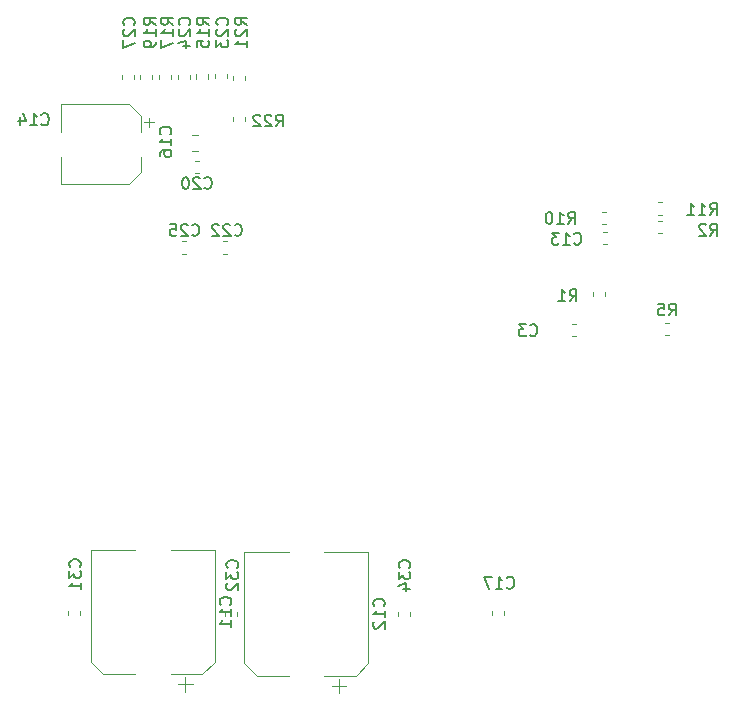
<source format=gbr>
G04 #@! TF.GenerationSoftware,KiCad,Pcbnew,(5.1.2)-2*
G04 #@! TF.CreationDate,2019-09-08T17:56:47+02:00*
G04 #@! TF.ProjectId,BLDC_driver_v1,424c4443-5f64-4726-9976-65725f76312e,rev?*
G04 #@! TF.SameCoordinates,Original*
G04 #@! TF.FileFunction,Legend,Bot*
G04 #@! TF.FilePolarity,Positive*
%FSLAX46Y46*%
G04 Gerber Fmt 4.6, Leading zero omitted, Abs format (unit mm)*
G04 Created by KiCad (PCBNEW (5.1.2)-2) date 2019-09-08 17:56:47*
%MOMM*%
%LPD*%
G04 APERTURE LIST*
%ADD10C,0.120000*%
%ADD11C,0.150000*%
G04 APERTURE END LIST*
D10*
X68143750Y-60208750D02*
X68143750Y-60996250D01*
X68537500Y-60602500D02*
X67750000Y-60602500D01*
X67510000Y-64795563D02*
X66445563Y-65860000D01*
X67510000Y-60104437D02*
X66445563Y-59040000D01*
X67510000Y-60104437D02*
X67510000Y-61390000D01*
X67510000Y-64795563D02*
X67510000Y-63510000D01*
X66445563Y-65860000D02*
X60690000Y-65860000D01*
X66445563Y-59040000D02*
X60690000Y-59040000D01*
X60690000Y-59040000D02*
X60690000Y-61390000D01*
X60690000Y-65860000D02*
X60690000Y-63510000D01*
X84855000Y-108325000D02*
X83605000Y-108325000D01*
X84230000Y-108950000D02*
X84230000Y-107700000D01*
X77274437Y-107460000D02*
X76210000Y-106395563D01*
X85665563Y-107460000D02*
X86730000Y-106395563D01*
X85665563Y-107460000D02*
X82980000Y-107460000D01*
X77274437Y-107460000D02*
X79960000Y-107460000D01*
X76210000Y-106395563D02*
X76210000Y-96940000D01*
X86730000Y-106395563D02*
X86730000Y-96940000D01*
X86730000Y-96940000D02*
X82980000Y-96940000D01*
X76210000Y-96940000D02*
X79960000Y-96940000D01*
X71860000Y-108200000D02*
X70610000Y-108200000D01*
X71235000Y-108825000D02*
X71235000Y-107575000D01*
X64279437Y-107335000D02*
X63215000Y-106270563D01*
X72670563Y-107335000D02*
X73735000Y-106270563D01*
X72670563Y-107335000D02*
X69985000Y-107335000D01*
X64279437Y-107335000D02*
X66965000Y-107335000D01*
X63215000Y-106270563D02*
X63215000Y-96815000D01*
X73735000Y-106270563D02*
X73735000Y-96815000D01*
X73735000Y-96815000D02*
X69985000Y-96815000D01*
X63215000Y-96815000D02*
X66965000Y-96815000D01*
X106896267Y-69865000D02*
X106553733Y-69865000D01*
X106896267Y-70885000D02*
X106553733Y-70885000D01*
X89220000Y-102376267D02*
X89220000Y-102033733D01*
X90240000Y-102376267D02*
X90240000Y-102033733D01*
X74590000Y-102371267D02*
X74590000Y-102028733D01*
X75610000Y-102371267D02*
X75610000Y-102028733D01*
X61265000Y-102296267D02*
X61265000Y-101953733D01*
X62285000Y-102296267D02*
X62285000Y-101953733D01*
X103953733Y-78685000D02*
X104296267Y-78685000D01*
X103953733Y-77665000D02*
X104296267Y-77665000D01*
X65840000Y-56921267D02*
X65840000Y-56578733D01*
X66860000Y-56921267D02*
X66860000Y-56578733D01*
X71321267Y-71710000D02*
X70978733Y-71710000D01*
X71321267Y-70690000D02*
X70978733Y-70690000D01*
X71610000Y-56921267D02*
X71610000Y-56578733D01*
X70590000Y-56921267D02*
X70590000Y-56578733D01*
X74760000Y-56871267D02*
X74760000Y-56528733D01*
X73740000Y-56871267D02*
X73740000Y-56528733D01*
X74721267Y-70690000D02*
X74378733Y-70690000D01*
X74721267Y-71710000D02*
X74378733Y-71710000D01*
X72078733Y-63840000D02*
X72421267Y-63840000D01*
X72078733Y-64860000D02*
X72421267Y-64860000D01*
X97190000Y-102346267D02*
X97190000Y-102003733D01*
X98210000Y-102346267D02*
X98210000Y-102003733D01*
X71788748Y-61640000D02*
X72311252Y-61640000D01*
X71788748Y-63060000D02*
X72311252Y-63060000D01*
X111203733Y-67390000D02*
X111546267Y-67390000D01*
X111203733Y-68410000D02*
X111546267Y-68410000D01*
X72140000Y-56896267D02*
X72140000Y-56553733D01*
X73160000Y-56896267D02*
X73160000Y-56553733D01*
X70010000Y-56921267D02*
X70010000Y-56578733D01*
X68990000Y-56921267D02*
X68990000Y-56578733D01*
X67390000Y-56921267D02*
X67390000Y-56578733D01*
X68410000Y-56921267D02*
X68410000Y-56578733D01*
X75240000Y-57021267D02*
X75240000Y-56678733D01*
X76260000Y-57021267D02*
X76260000Y-56678733D01*
X75240000Y-60178733D02*
X75240000Y-60521267D01*
X76260000Y-60178733D02*
X76260000Y-60521267D01*
X105740000Y-75321267D02*
X105740000Y-74978733D01*
X106760000Y-75321267D02*
X106760000Y-74978733D01*
X111203733Y-70010000D02*
X111546267Y-70010000D01*
X111203733Y-68990000D02*
X111546267Y-68990000D01*
X106871267Y-69210000D02*
X106528733Y-69210000D01*
X106871267Y-68190000D02*
X106528733Y-68190000D01*
X111828733Y-77590000D02*
X112171267Y-77590000D01*
X111828733Y-78610000D02*
X112171267Y-78610000D01*
D11*
X59042857Y-60757142D02*
X59090476Y-60804761D01*
X59233333Y-60852380D01*
X59328571Y-60852380D01*
X59471428Y-60804761D01*
X59566666Y-60709523D01*
X59614285Y-60614285D01*
X59661904Y-60423809D01*
X59661904Y-60280952D01*
X59614285Y-60090476D01*
X59566666Y-59995238D01*
X59471428Y-59900000D01*
X59328571Y-59852380D01*
X59233333Y-59852380D01*
X59090476Y-59900000D01*
X59042857Y-59947619D01*
X58090476Y-60852380D02*
X58661904Y-60852380D01*
X58376190Y-60852380D02*
X58376190Y-59852380D01*
X58471428Y-59995238D01*
X58566666Y-60090476D01*
X58661904Y-60138095D01*
X57233333Y-60185714D02*
X57233333Y-60852380D01*
X57471428Y-59804761D02*
X57709523Y-60519047D01*
X57090476Y-60519047D01*
X88027142Y-101557142D02*
X88074761Y-101509523D01*
X88122380Y-101366666D01*
X88122380Y-101271428D01*
X88074761Y-101128571D01*
X87979523Y-101033333D01*
X87884285Y-100985714D01*
X87693809Y-100938095D01*
X87550952Y-100938095D01*
X87360476Y-100985714D01*
X87265238Y-101033333D01*
X87170000Y-101128571D01*
X87122380Y-101271428D01*
X87122380Y-101366666D01*
X87170000Y-101509523D01*
X87217619Y-101557142D01*
X88122380Y-102509523D02*
X88122380Y-101938095D01*
X88122380Y-102223809D02*
X87122380Y-102223809D01*
X87265238Y-102128571D01*
X87360476Y-102033333D01*
X87408095Y-101938095D01*
X87217619Y-102890476D02*
X87170000Y-102938095D01*
X87122380Y-103033333D01*
X87122380Y-103271428D01*
X87170000Y-103366666D01*
X87217619Y-103414285D01*
X87312857Y-103461904D01*
X87408095Y-103461904D01*
X87550952Y-103414285D01*
X88122380Y-102842857D01*
X88122380Y-103461904D01*
X75032142Y-101432142D02*
X75079761Y-101384523D01*
X75127380Y-101241666D01*
X75127380Y-101146428D01*
X75079761Y-101003571D01*
X74984523Y-100908333D01*
X74889285Y-100860714D01*
X74698809Y-100813095D01*
X74555952Y-100813095D01*
X74365476Y-100860714D01*
X74270238Y-100908333D01*
X74175000Y-101003571D01*
X74127380Y-101146428D01*
X74127380Y-101241666D01*
X74175000Y-101384523D01*
X74222619Y-101432142D01*
X75127380Y-102384523D02*
X75127380Y-101813095D01*
X75127380Y-102098809D02*
X74127380Y-102098809D01*
X74270238Y-102003571D01*
X74365476Y-101908333D01*
X74413095Y-101813095D01*
X75127380Y-103336904D02*
X75127380Y-102765476D01*
X75127380Y-103051190D02*
X74127380Y-103051190D01*
X74270238Y-102955952D01*
X74365476Y-102860714D01*
X74413095Y-102765476D01*
X104142857Y-70857142D02*
X104190476Y-70904761D01*
X104333333Y-70952380D01*
X104428571Y-70952380D01*
X104571428Y-70904761D01*
X104666666Y-70809523D01*
X104714285Y-70714285D01*
X104761904Y-70523809D01*
X104761904Y-70380952D01*
X104714285Y-70190476D01*
X104666666Y-70095238D01*
X104571428Y-70000000D01*
X104428571Y-69952380D01*
X104333333Y-69952380D01*
X104190476Y-70000000D01*
X104142857Y-70047619D01*
X103190476Y-70952380D02*
X103761904Y-70952380D01*
X103476190Y-70952380D02*
X103476190Y-69952380D01*
X103571428Y-70095238D01*
X103666666Y-70190476D01*
X103761904Y-70238095D01*
X102857142Y-69952380D02*
X102238095Y-69952380D01*
X102571428Y-70333333D01*
X102428571Y-70333333D01*
X102333333Y-70380952D01*
X102285714Y-70428571D01*
X102238095Y-70523809D01*
X102238095Y-70761904D01*
X102285714Y-70857142D01*
X102333333Y-70904761D01*
X102428571Y-70952380D01*
X102714285Y-70952380D01*
X102809523Y-70904761D01*
X102857142Y-70857142D01*
X90187142Y-98312142D02*
X90234761Y-98264523D01*
X90282380Y-98121666D01*
X90282380Y-98026428D01*
X90234761Y-97883571D01*
X90139523Y-97788333D01*
X90044285Y-97740714D01*
X89853809Y-97693095D01*
X89710952Y-97693095D01*
X89520476Y-97740714D01*
X89425238Y-97788333D01*
X89330000Y-97883571D01*
X89282380Y-98026428D01*
X89282380Y-98121666D01*
X89330000Y-98264523D01*
X89377619Y-98312142D01*
X89282380Y-98645476D02*
X89282380Y-99264523D01*
X89663333Y-98931190D01*
X89663333Y-99074047D01*
X89710952Y-99169285D01*
X89758571Y-99216904D01*
X89853809Y-99264523D01*
X90091904Y-99264523D01*
X90187142Y-99216904D01*
X90234761Y-99169285D01*
X90282380Y-99074047D01*
X90282380Y-98788333D01*
X90234761Y-98693095D01*
X90187142Y-98645476D01*
X89615714Y-100121666D02*
X90282380Y-100121666D01*
X89234761Y-99883571D02*
X89949047Y-99645476D01*
X89949047Y-100264523D01*
X75607142Y-98307142D02*
X75654761Y-98259523D01*
X75702380Y-98116666D01*
X75702380Y-98021428D01*
X75654761Y-97878571D01*
X75559523Y-97783333D01*
X75464285Y-97735714D01*
X75273809Y-97688095D01*
X75130952Y-97688095D01*
X74940476Y-97735714D01*
X74845238Y-97783333D01*
X74750000Y-97878571D01*
X74702380Y-98021428D01*
X74702380Y-98116666D01*
X74750000Y-98259523D01*
X74797619Y-98307142D01*
X74702380Y-98640476D02*
X74702380Y-99259523D01*
X75083333Y-98926190D01*
X75083333Y-99069047D01*
X75130952Y-99164285D01*
X75178571Y-99211904D01*
X75273809Y-99259523D01*
X75511904Y-99259523D01*
X75607142Y-99211904D01*
X75654761Y-99164285D01*
X75702380Y-99069047D01*
X75702380Y-98783333D01*
X75654761Y-98688095D01*
X75607142Y-98640476D01*
X74797619Y-99640476D02*
X74750000Y-99688095D01*
X74702380Y-99783333D01*
X74702380Y-100021428D01*
X74750000Y-100116666D01*
X74797619Y-100164285D01*
X74892857Y-100211904D01*
X74988095Y-100211904D01*
X75130952Y-100164285D01*
X75702380Y-99592857D01*
X75702380Y-100211904D01*
X62282142Y-98232142D02*
X62329761Y-98184523D01*
X62377380Y-98041666D01*
X62377380Y-97946428D01*
X62329761Y-97803571D01*
X62234523Y-97708333D01*
X62139285Y-97660714D01*
X61948809Y-97613095D01*
X61805952Y-97613095D01*
X61615476Y-97660714D01*
X61520238Y-97708333D01*
X61425000Y-97803571D01*
X61377380Y-97946428D01*
X61377380Y-98041666D01*
X61425000Y-98184523D01*
X61472619Y-98232142D01*
X61377380Y-98565476D02*
X61377380Y-99184523D01*
X61758333Y-98851190D01*
X61758333Y-98994047D01*
X61805952Y-99089285D01*
X61853571Y-99136904D01*
X61948809Y-99184523D01*
X62186904Y-99184523D01*
X62282142Y-99136904D01*
X62329761Y-99089285D01*
X62377380Y-98994047D01*
X62377380Y-98708333D01*
X62329761Y-98613095D01*
X62282142Y-98565476D01*
X62377380Y-100136904D02*
X62377380Y-99565476D01*
X62377380Y-99851190D02*
X61377380Y-99851190D01*
X61520238Y-99755952D01*
X61615476Y-99660714D01*
X61663095Y-99565476D01*
X100416666Y-78607142D02*
X100464285Y-78654761D01*
X100607142Y-78702380D01*
X100702380Y-78702380D01*
X100845238Y-78654761D01*
X100940476Y-78559523D01*
X100988095Y-78464285D01*
X101035714Y-78273809D01*
X101035714Y-78130952D01*
X100988095Y-77940476D01*
X100940476Y-77845238D01*
X100845238Y-77750000D01*
X100702380Y-77702380D01*
X100607142Y-77702380D01*
X100464285Y-77750000D01*
X100416666Y-77797619D01*
X100083333Y-77702380D02*
X99464285Y-77702380D01*
X99797619Y-78083333D01*
X99654761Y-78083333D01*
X99559523Y-78130952D01*
X99511904Y-78178571D01*
X99464285Y-78273809D01*
X99464285Y-78511904D01*
X99511904Y-78607142D01*
X99559523Y-78654761D01*
X99654761Y-78702380D01*
X99940476Y-78702380D01*
X100035714Y-78654761D01*
X100083333Y-78607142D01*
X66857142Y-52357142D02*
X66904761Y-52309523D01*
X66952380Y-52166666D01*
X66952380Y-52071428D01*
X66904761Y-51928571D01*
X66809523Y-51833333D01*
X66714285Y-51785714D01*
X66523809Y-51738095D01*
X66380952Y-51738095D01*
X66190476Y-51785714D01*
X66095238Y-51833333D01*
X66000000Y-51928571D01*
X65952380Y-52071428D01*
X65952380Y-52166666D01*
X66000000Y-52309523D01*
X66047619Y-52357142D01*
X66047619Y-52738095D02*
X66000000Y-52785714D01*
X65952380Y-52880952D01*
X65952380Y-53119047D01*
X66000000Y-53214285D01*
X66047619Y-53261904D01*
X66142857Y-53309523D01*
X66238095Y-53309523D01*
X66380952Y-53261904D01*
X66952380Y-52690476D01*
X66952380Y-53309523D01*
X65952380Y-53642857D02*
X65952380Y-54309523D01*
X66952380Y-53880952D01*
X71792857Y-70127142D02*
X71840476Y-70174761D01*
X71983333Y-70222380D01*
X72078571Y-70222380D01*
X72221428Y-70174761D01*
X72316666Y-70079523D01*
X72364285Y-69984285D01*
X72411904Y-69793809D01*
X72411904Y-69650952D01*
X72364285Y-69460476D01*
X72316666Y-69365238D01*
X72221428Y-69270000D01*
X72078571Y-69222380D01*
X71983333Y-69222380D01*
X71840476Y-69270000D01*
X71792857Y-69317619D01*
X71411904Y-69317619D02*
X71364285Y-69270000D01*
X71269047Y-69222380D01*
X71030952Y-69222380D01*
X70935714Y-69270000D01*
X70888095Y-69317619D01*
X70840476Y-69412857D01*
X70840476Y-69508095D01*
X70888095Y-69650952D01*
X71459523Y-70222380D01*
X70840476Y-70222380D01*
X69935714Y-69222380D02*
X70411904Y-69222380D01*
X70459523Y-69698571D01*
X70411904Y-69650952D01*
X70316666Y-69603333D01*
X70078571Y-69603333D01*
X69983333Y-69650952D01*
X69935714Y-69698571D01*
X69888095Y-69793809D01*
X69888095Y-70031904D01*
X69935714Y-70127142D01*
X69983333Y-70174761D01*
X70078571Y-70222380D01*
X70316666Y-70222380D01*
X70411904Y-70174761D01*
X70459523Y-70127142D01*
X71557142Y-52357142D02*
X71604761Y-52309523D01*
X71652380Y-52166666D01*
X71652380Y-52071428D01*
X71604761Y-51928571D01*
X71509523Y-51833333D01*
X71414285Y-51785714D01*
X71223809Y-51738095D01*
X71080952Y-51738095D01*
X70890476Y-51785714D01*
X70795238Y-51833333D01*
X70700000Y-51928571D01*
X70652380Y-52071428D01*
X70652380Y-52166666D01*
X70700000Y-52309523D01*
X70747619Y-52357142D01*
X70747619Y-52738095D02*
X70700000Y-52785714D01*
X70652380Y-52880952D01*
X70652380Y-53119047D01*
X70700000Y-53214285D01*
X70747619Y-53261904D01*
X70842857Y-53309523D01*
X70938095Y-53309523D01*
X71080952Y-53261904D01*
X71652380Y-52690476D01*
X71652380Y-53309523D01*
X70985714Y-54166666D02*
X71652380Y-54166666D01*
X70604761Y-53928571D02*
X71319047Y-53690476D01*
X71319047Y-54309523D01*
X74757142Y-52357142D02*
X74804761Y-52309523D01*
X74852380Y-52166666D01*
X74852380Y-52071428D01*
X74804761Y-51928571D01*
X74709523Y-51833333D01*
X74614285Y-51785714D01*
X74423809Y-51738095D01*
X74280952Y-51738095D01*
X74090476Y-51785714D01*
X73995238Y-51833333D01*
X73900000Y-51928571D01*
X73852380Y-52071428D01*
X73852380Y-52166666D01*
X73900000Y-52309523D01*
X73947619Y-52357142D01*
X73947619Y-52738095D02*
X73900000Y-52785714D01*
X73852380Y-52880952D01*
X73852380Y-53119047D01*
X73900000Y-53214285D01*
X73947619Y-53261904D01*
X74042857Y-53309523D01*
X74138095Y-53309523D01*
X74280952Y-53261904D01*
X74852380Y-52690476D01*
X74852380Y-53309523D01*
X73852380Y-53642857D02*
X73852380Y-54261904D01*
X74233333Y-53928571D01*
X74233333Y-54071428D01*
X74280952Y-54166666D01*
X74328571Y-54214285D01*
X74423809Y-54261904D01*
X74661904Y-54261904D01*
X74757142Y-54214285D01*
X74804761Y-54166666D01*
X74852380Y-54071428D01*
X74852380Y-53785714D01*
X74804761Y-53690476D01*
X74757142Y-53642857D01*
X75392857Y-70127142D02*
X75440476Y-70174761D01*
X75583333Y-70222380D01*
X75678571Y-70222380D01*
X75821428Y-70174761D01*
X75916666Y-70079523D01*
X75964285Y-69984285D01*
X76011904Y-69793809D01*
X76011904Y-69650952D01*
X75964285Y-69460476D01*
X75916666Y-69365238D01*
X75821428Y-69270000D01*
X75678571Y-69222380D01*
X75583333Y-69222380D01*
X75440476Y-69270000D01*
X75392857Y-69317619D01*
X75011904Y-69317619D02*
X74964285Y-69270000D01*
X74869047Y-69222380D01*
X74630952Y-69222380D01*
X74535714Y-69270000D01*
X74488095Y-69317619D01*
X74440476Y-69412857D01*
X74440476Y-69508095D01*
X74488095Y-69650952D01*
X75059523Y-70222380D01*
X74440476Y-70222380D01*
X74059523Y-69317619D02*
X74011904Y-69270000D01*
X73916666Y-69222380D01*
X73678571Y-69222380D01*
X73583333Y-69270000D01*
X73535714Y-69317619D01*
X73488095Y-69412857D01*
X73488095Y-69508095D01*
X73535714Y-69650952D01*
X74107142Y-70222380D01*
X73488095Y-70222380D01*
X72842857Y-66157142D02*
X72890476Y-66204761D01*
X73033333Y-66252380D01*
X73128571Y-66252380D01*
X73271428Y-66204761D01*
X73366666Y-66109523D01*
X73414285Y-66014285D01*
X73461904Y-65823809D01*
X73461904Y-65680952D01*
X73414285Y-65490476D01*
X73366666Y-65395238D01*
X73271428Y-65300000D01*
X73128571Y-65252380D01*
X73033333Y-65252380D01*
X72890476Y-65300000D01*
X72842857Y-65347619D01*
X72461904Y-65347619D02*
X72414285Y-65300000D01*
X72319047Y-65252380D01*
X72080952Y-65252380D01*
X71985714Y-65300000D01*
X71938095Y-65347619D01*
X71890476Y-65442857D01*
X71890476Y-65538095D01*
X71938095Y-65680952D01*
X72509523Y-66252380D01*
X71890476Y-66252380D01*
X71271428Y-65252380D02*
X71176190Y-65252380D01*
X71080952Y-65300000D01*
X71033333Y-65347619D01*
X70985714Y-65442857D01*
X70938095Y-65633333D01*
X70938095Y-65871428D01*
X70985714Y-66061904D01*
X71033333Y-66157142D01*
X71080952Y-66204761D01*
X71176190Y-66252380D01*
X71271428Y-66252380D01*
X71366666Y-66204761D01*
X71414285Y-66157142D01*
X71461904Y-66061904D01*
X71509523Y-65871428D01*
X71509523Y-65633333D01*
X71461904Y-65442857D01*
X71414285Y-65347619D01*
X71366666Y-65300000D01*
X71271428Y-65252380D01*
X98442857Y-99982142D02*
X98490476Y-100029761D01*
X98633333Y-100077380D01*
X98728571Y-100077380D01*
X98871428Y-100029761D01*
X98966666Y-99934523D01*
X99014285Y-99839285D01*
X99061904Y-99648809D01*
X99061904Y-99505952D01*
X99014285Y-99315476D01*
X98966666Y-99220238D01*
X98871428Y-99125000D01*
X98728571Y-99077380D01*
X98633333Y-99077380D01*
X98490476Y-99125000D01*
X98442857Y-99172619D01*
X97490476Y-100077380D02*
X98061904Y-100077380D01*
X97776190Y-100077380D02*
X97776190Y-99077380D01*
X97871428Y-99220238D01*
X97966666Y-99315476D01*
X98061904Y-99363095D01*
X97157142Y-99077380D02*
X96490476Y-99077380D01*
X96919047Y-100077380D01*
X69957142Y-61607142D02*
X70004761Y-61559523D01*
X70052380Y-61416666D01*
X70052380Y-61321428D01*
X70004761Y-61178571D01*
X69909523Y-61083333D01*
X69814285Y-61035714D01*
X69623809Y-60988095D01*
X69480952Y-60988095D01*
X69290476Y-61035714D01*
X69195238Y-61083333D01*
X69100000Y-61178571D01*
X69052380Y-61321428D01*
X69052380Y-61416666D01*
X69100000Y-61559523D01*
X69147619Y-61607142D01*
X70052380Y-62559523D02*
X70052380Y-61988095D01*
X70052380Y-62273809D02*
X69052380Y-62273809D01*
X69195238Y-62178571D01*
X69290476Y-62083333D01*
X69338095Y-61988095D01*
X69052380Y-63416666D02*
X69052380Y-63226190D01*
X69100000Y-63130952D01*
X69147619Y-63083333D01*
X69290476Y-62988095D01*
X69480952Y-62940476D01*
X69861904Y-62940476D01*
X69957142Y-62988095D01*
X70004761Y-63035714D01*
X70052380Y-63130952D01*
X70052380Y-63321428D01*
X70004761Y-63416666D01*
X69957142Y-63464285D01*
X69861904Y-63511904D01*
X69623809Y-63511904D01*
X69528571Y-63464285D01*
X69480952Y-63416666D01*
X69433333Y-63321428D01*
X69433333Y-63130952D01*
X69480952Y-63035714D01*
X69528571Y-62988095D01*
X69623809Y-62940476D01*
X115642857Y-68452380D02*
X115976190Y-67976190D01*
X116214285Y-68452380D02*
X116214285Y-67452380D01*
X115833333Y-67452380D01*
X115738095Y-67500000D01*
X115690476Y-67547619D01*
X115642857Y-67642857D01*
X115642857Y-67785714D01*
X115690476Y-67880952D01*
X115738095Y-67928571D01*
X115833333Y-67976190D01*
X116214285Y-67976190D01*
X114690476Y-68452380D02*
X115261904Y-68452380D01*
X114976190Y-68452380D02*
X114976190Y-67452380D01*
X115071428Y-67595238D01*
X115166666Y-67690476D01*
X115261904Y-67738095D01*
X113738095Y-68452380D02*
X114309523Y-68452380D01*
X114023809Y-68452380D02*
X114023809Y-67452380D01*
X114119047Y-67595238D01*
X114214285Y-67690476D01*
X114309523Y-67738095D01*
X73202380Y-52357142D02*
X72726190Y-52023809D01*
X73202380Y-51785714D02*
X72202380Y-51785714D01*
X72202380Y-52166666D01*
X72250000Y-52261904D01*
X72297619Y-52309523D01*
X72392857Y-52357142D01*
X72535714Y-52357142D01*
X72630952Y-52309523D01*
X72678571Y-52261904D01*
X72726190Y-52166666D01*
X72726190Y-51785714D01*
X73202380Y-53309523D02*
X73202380Y-52738095D01*
X73202380Y-53023809D02*
X72202380Y-53023809D01*
X72345238Y-52928571D01*
X72440476Y-52833333D01*
X72488095Y-52738095D01*
X72202380Y-54214285D02*
X72202380Y-53738095D01*
X72678571Y-53690476D01*
X72630952Y-53738095D01*
X72583333Y-53833333D01*
X72583333Y-54071428D01*
X72630952Y-54166666D01*
X72678571Y-54214285D01*
X72773809Y-54261904D01*
X73011904Y-54261904D01*
X73107142Y-54214285D01*
X73154761Y-54166666D01*
X73202380Y-54071428D01*
X73202380Y-53833333D01*
X73154761Y-53738095D01*
X73107142Y-53690476D01*
X70202380Y-52357142D02*
X69726190Y-52023809D01*
X70202380Y-51785714D02*
X69202380Y-51785714D01*
X69202380Y-52166666D01*
X69250000Y-52261904D01*
X69297619Y-52309523D01*
X69392857Y-52357142D01*
X69535714Y-52357142D01*
X69630952Y-52309523D01*
X69678571Y-52261904D01*
X69726190Y-52166666D01*
X69726190Y-51785714D01*
X70202380Y-53309523D02*
X70202380Y-52738095D01*
X70202380Y-53023809D02*
X69202380Y-53023809D01*
X69345238Y-52928571D01*
X69440476Y-52833333D01*
X69488095Y-52738095D01*
X69202380Y-53642857D02*
X69202380Y-54309523D01*
X70202380Y-53880952D01*
X68702380Y-52357142D02*
X68226190Y-52023809D01*
X68702380Y-51785714D02*
X67702380Y-51785714D01*
X67702380Y-52166666D01*
X67750000Y-52261904D01*
X67797619Y-52309523D01*
X67892857Y-52357142D01*
X68035714Y-52357142D01*
X68130952Y-52309523D01*
X68178571Y-52261904D01*
X68226190Y-52166666D01*
X68226190Y-51785714D01*
X68702380Y-53309523D02*
X68702380Y-52738095D01*
X68702380Y-53023809D02*
X67702380Y-53023809D01*
X67845238Y-52928571D01*
X67940476Y-52833333D01*
X67988095Y-52738095D01*
X68702380Y-53785714D02*
X68702380Y-53976190D01*
X68654761Y-54071428D01*
X68607142Y-54119047D01*
X68464285Y-54214285D01*
X68273809Y-54261904D01*
X67892857Y-54261904D01*
X67797619Y-54214285D01*
X67750000Y-54166666D01*
X67702380Y-54071428D01*
X67702380Y-53880952D01*
X67750000Y-53785714D01*
X67797619Y-53738095D01*
X67892857Y-53690476D01*
X68130952Y-53690476D01*
X68226190Y-53738095D01*
X68273809Y-53785714D01*
X68321428Y-53880952D01*
X68321428Y-54071428D01*
X68273809Y-54166666D01*
X68226190Y-54214285D01*
X68130952Y-54261904D01*
X76452380Y-52357142D02*
X75976190Y-52023809D01*
X76452380Y-51785714D02*
X75452380Y-51785714D01*
X75452380Y-52166666D01*
X75500000Y-52261904D01*
X75547619Y-52309523D01*
X75642857Y-52357142D01*
X75785714Y-52357142D01*
X75880952Y-52309523D01*
X75928571Y-52261904D01*
X75976190Y-52166666D01*
X75976190Y-51785714D01*
X75547619Y-52738095D02*
X75500000Y-52785714D01*
X75452380Y-52880952D01*
X75452380Y-53119047D01*
X75500000Y-53214285D01*
X75547619Y-53261904D01*
X75642857Y-53309523D01*
X75738095Y-53309523D01*
X75880952Y-53261904D01*
X76452380Y-52690476D01*
X76452380Y-53309523D01*
X76452380Y-54261904D02*
X76452380Y-53690476D01*
X76452380Y-53976190D02*
X75452380Y-53976190D01*
X75595238Y-53880952D01*
X75690476Y-53785714D01*
X75738095Y-53690476D01*
X78892857Y-60952380D02*
X79226190Y-60476190D01*
X79464285Y-60952380D02*
X79464285Y-59952380D01*
X79083333Y-59952380D01*
X78988095Y-60000000D01*
X78940476Y-60047619D01*
X78892857Y-60142857D01*
X78892857Y-60285714D01*
X78940476Y-60380952D01*
X78988095Y-60428571D01*
X79083333Y-60476190D01*
X79464285Y-60476190D01*
X78511904Y-60047619D02*
X78464285Y-60000000D01*
X78369047Y-59952380D01*
X78130952Y-59952380D01*
X78035714Y-60000000D01*
X77988095Y-60047619D01*
X77940476Y-60142857D01*
X77940476Y-60238095D01*
X77988095Y-60380952D01*
X78559523Y-60952380D01*
X77940476Y-60952380D01*
X77559523Y-60047619D02*
X77511904Y-60000000D01*
X77416666Y-59952380D01*
X77178571Y-59952380D01*
X77083333Y-60000000D01*
X77035714Y-60047619D01*
X76988095Y-60142857D01*
X76988095Y-60238095D01*
X77035714Y-60380952D01*
X77607142Y-60952380D01*
X76988095Y-60952380D01*
X103766666Y-75752380D02*
X104100000Y-75276190D01*
X104338095Y-75752380D02*
X104338095Y-74752380D01*
X103957142Y-74752380D01*
X103861904Y-74800000D01*
X103814285Y-74847619D01*
X103766666Y-74942857D01*
X103766666Y-75085714D01*
X103814285Y-75180952D01*
X103861904Y-75228571D01*
X103957142Y-75276190D01*
X104338095Y-75276190D01*
X102814285Y-75752380D02*
X103385714Y-75752380D01*
X103100000Y-75752380D02*
X103100000Y-74752380D01*
X103195238Y-74895238D01*
X103290476Y-74990476D01*
X103385714Y-75038095D01*
X115666666Y-70202380D02*
X116000000Y-69726190D01*
X116238095Y-70202380D02*
X116238095Y-69202380D01*
X115857142Y-69202380D01*
X115761904Y-69250000D01*
X115714285Y-69297619D01*
X115666666Y-69392857D01*
X115666666Y-69535714D01*
X115714285Y-69630952D01*
X115761904Y-69678571D01*
X115857142Y-69726190D01*
X116238095Y-69726190D01*
X115285714Y-69297619D02*
X115238095Y-69250000D01*
X115142857Y-69202380D01*
X114904761Y-69202380D01*
X114809523Y-69250000D01*
X114761904Y-69297619D01*
X114714285Y-69392857D01*
X114714285Y-69488095D01*
X114761904Y-69630952D01*
X115333333Y-70202380D01*
X114714285Y-70202380D01*
X103642857Y-69202380D02*
X103976190Y-68726190D01*
X104214285Y-69202380D02*
X104214285Y-68202380D01*
X103833333Y-68202380D01*
X103738095Y-68250000D01*
X103690476Y-68297619D01*
X103642857Y-68392857D01*
X103642857Y-68535714D01*
X103690476Y-68630952D01*
X103738095Y-68678571D01*
X103833333Y-68726190D01*
X104214285Y-68726190D01*
X102690476Y-69202380D02*
X103261904Y-69202380D01*
X102976190Y-69202380D02*
X102976190Y-68202380D01*
X103071428Y-68345238D01*
X103166666Y-68440476D01*
X103261904Y-68488095D01*
X102071428Y-68202380D02*
X101976190Y-68202380D01*
X101880952Y-68250000D01*
X101833333Y-68297619D01*
X101785714Y-68392857D01*
X101738095Y-68583333D01*
X101738095Y-68821428D01*
X101785714Y-69011904D01*
X101833333Y-69107142D01*
X101880952Y-69154761D01*
X101976190Y-69202380D01*
X102071428Y-69202380D01*
X102166666Y-69154761D01*
X102214285Y-69107142D01*
X102261904Y-69011904D01*
X102309523Y-68821428D01*
X102309523Y-68583333D01*
X102261904Y-68392857D01*
X102214285Y-68297619D01*
X102166666Y-68250000D01*
X102071428Y-68202380D01*
X112166666Y-76952380D02*
X112500000Y-76476190D01*
X112738095Y-76952380D02*
X112738095Y-75952380D01*
X112357142Y-75952380D01*
X112261904Y-76000000D01*
X112214285Y-76047619D01*
X112166666Y-76142857D01*
X112166666Y-76285714D01*
X112214285Y-76380952D01*
X112261904Y-76428571D01*
X112357142Y-76476190D01*
X112738095Y-76476190D01*
X111261904Y-75952380D02*
X111738095Y-75952380D01*
X111785714Y-76428571D01*
X111738095Y-76380952D01*
X111642857Y-76333333D01*
X111404761Y-76333333D01*
X111309523Y-76380952D01*
X111261904Y-76428571D01*
X111214285Y-76523809D01*
X111214285Y-76761904D01*
X111261904Y-76857142D01*
X111309523Y-76904761D01*
X111404761Y-76952380D01*
X111642857Y-76952380D01*
X111738095Y-76904761D01*
X111785714Y-76857142D01*
M02*

</source>
